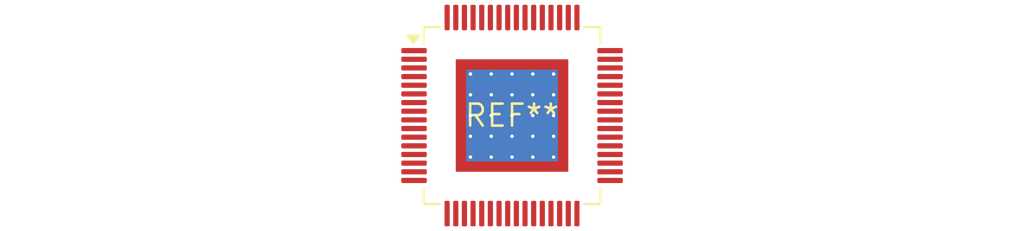
<source format=kicad_pcb>
(kicad_pcb (version 20240108) (generator pcbnew)
  (layers (0 "F.Cu" signal) (31 "B.Cu" signal) (34 "B.Paste" user) (35 "F.Paste" user) (36 "B.SilkS" user "B.Silkscreen") (37 "F.SilkS" user "F.Silkscreen") (38 "B.Mask" user) (39 "F.Mask" user) (44 "Edge.Cuts" user))
  (net 0 "")
  (footprint "LQFP-64-1EP_10x10mm_P0.5mm_EP6.5x6.5mm_ThermalVias" (layer "F.Cu") (at 0 0)
    (property "Reference" "REF**")
    (property "Value" "LQFP-64-1EP_10x10mm_P0.5mm_EP6.5x6.5mm_ThermalVias")
    (fp_line (start -5.11 -5.11) (end -5.11 -4.16) (layer "F.SilkS") (stroke (width 0.12)))
    (fp_line (start -5.11 5.11) (end -5.11 4.16) (layer "F.SilkS") (stroke (width 0.12)))
    (fp_line (start -4.16 -5.11) (end -5.11 -5.11) (layer "F.SilkS") (stroke (width 0.12)))
    (fp_line (start -4.16 5.11) (end -5.11 5.11) (layer "F.SilkS") (stroke (width 0.12)))
    (fp_line (start 4.16 -5.11) (end 5.11 -5.11) (layer "F.SilkS") (stroke (width 0.12)))
    (fp_line (start 4.16 5.11) (end 5.11 5.11) (layer "F.SilkS") (stroke (width 0.12)))
    (fp_line (start 5.11 -5.11) (end 5.11 -4.16) (layer "F.SilkS") (stroke (width 0.12)))
    (fp_line (start 5.11 5.11) (end 5.11 4.16) (layer "F.SilkS") (stroke (width 0.12)))
    (fp_poly (pts (xy -5.7 -4.16) (xy -6.04 -4.63) (xy -5.36 -4.63) (xy -5.7 -4.16)) (layer "F.SilkS") (stroke (width 0.12)) (fill solid))
    (pad "1" smd roundrect (at -5.6625 -3.75) (size 1.475 0.3) (layers "F.Cu" "F.Paste" "F.Mask"))
    (pad "2" smd roundrect (at -5.6625 -3.25) (size 1.475 0.3) (layers "F.Cu" "F.Paste" "F.Mask"))
    (pad "3" smd roundrect (at -5.6625 -2.75) (size 1.475 0.3) (layers "F.Cu" "F.Paste" "F.Mask"))
    (pad "4" smd roundrect (at -5.6625 -2.25) (size 1.475 0.3) (layers "F.Cu" "F.Paste" "F.Mask"))
    (pad "5" smd roundrect (at -5.6625 -1.75) (size 1.475 0.3) (layers "F.Cu" "F.Paste" "F.Mask"))
    (pad "6" smd roundrect (at -5.6625 -1.25) (size 1.475 0.3) (layers "F.Cu" "F.Paste" "F.Mask"))
    (pad "7" smd roundrect (at -5.6625 -0.75) (size 1.475 0.3) (layers "F.Cu" "F.Paste" "F.Mask"))
    (pad "8" smd roundrect (at -5.6625 -0.25) (size 1.475 0.3) (layers "F.Cu" "F.Paste" "F.Mask"))
    (pad "9" smd roundrect (at -5.6625 0.25) (size 1.475 0.3) (layers "F.Cu" "F.Paste" "F.Mask"))
    (pad "10" smd roundrect (at -5.6625 0.75) (size 1.475 0.3) (layers "F.Cu" "F.Paste" "F.Mask"))
    (pad "11" smd roundrect (at -5.6625 1.25) (size 1.475 0.3) (layers "F.Cu" "F.Paste" "F.Mask"))
    (pad "12" smd roundrect (at -5.6625 1.75) (size 1.475 0.3) (layers "F.Cu" "F.Paste" "F.Mask"))
    (pad "13" smd roundrect (at -5.6625 2.25) (size 1.475 0.3) (layers "F.Cu" "F.Paste" "F.Mask"))
    (pad "14" smd roundrect (at -5.6625 2.75) (size 1.475 0.3) (layers "F.Cu" "F.Paste" "F.Mask"))
    (pad "15" smd roundrect (at -5.6625 3.25) (size 1.475 0.3) (layers "F.Cu" "F.Paste" "F.Mask"))
    (pad "16" smd roundrect (at -5.6625 3.75) (size 1.475 0.3) (layers "F.Cu" "F.Paste" "F.Mask"))
    (pad "17" smd roundrect (at -3.75 5.6625) (size 0.3 1.475) (layers "F.Cu" "F.Paste" "F.Mask"))
    (pad "18" smd roundrect (at -3.25 5.6625) (size 0.3 1.475) (layers "F.Cu" "F.Paste" "F.Mask"))
    (pad "19" smd roundrect (at -2.75 5.6625) (size 0.3 1.475) (layers "F.Cu" "F.Paste" "F.Mask"))
    (pad "20" smd roundrect (at -2.25 5.6625) (size 0.3 1.475) (layers "F.Cu" "F.Paste" "F.Mask"))
    (pad "21" smd roundrect (at -1.75 5.6625) (size 0.3 1.475) (layers "F.Cu" "F.Paste" "F.Mask"))
    (pad "22" smd roundrect (at -1.25 5.6625) (size 0.3 1.475) (layers "F.Cu" "F.Paste" "F.Mask"))
    (pad "23" smd roundrect (at -0.75 5.6625) (size 0.3 1.475) (layers "F.Cu" "F.Paste" "F.Mask"))
    (pad "24" smd roundrect (at -0.25 5.6625) (size 0.3 1.475) (layers "F.Cu" "F.Paste" "F.Mask"))
    (pad "25" smd roundrect (at 0.25 5.6625) (size 0.3 1.475) (layers "F.Cu" "F.Paste" "F.Mask"))
    (pad "26" smd roundrect (at 0.75 5.6625) (size 0.3 1.475) (layers "F.Cu" "F.Paste" "F.Mask"))
    (pad "27" smd roundrect (at 1.25 5.6625) (size 0.3 1.475) (layers "F.Cu" "F.Paste" "F.Mask"))
    (pad "28" smd roundrect (at 1.75 5.6625) (size 0.3 1.475) (layers "F.Cu" "F.Paste" "F.Mask"))
    (pad "29" smd roundrect (at 2.25 5.6625) (size 0.3 1.475) (layers "F.Cu" "F.Paste" "F.Mask"))
    (pad "30" smd roundrect (at 2.75 5.6625) (size 0.3 1.475) (layers "F.Cu" "F.Paste" "F.Mask"))
    (pad "31" smd roundrect (at 3.25 5.6625) (size 0.3 1.475) (layers "F.Cu" "F.Paste" "F.Mask"))
    (pad "32" smd roundrect (at 3.75 5.6625) (size 0.3 1.475) (layers "F.Cu" "F.Paste" "F.Mask"))
    (pad "33" smd roundrect (at 5.6625 3.75) (size 1.475 0.3) (layers "F.Cu" "F.Paste" "F.Mask"))
    (pad "34" smd roundrect (at 5.6625 3.25) (size 1.475 0.3) (layers "F.Cu" "F.Paste" "F.Mask"))
    (pad "35" smd roundrect (at 5.6625 2.75) (size 1.475 0.3) (layers "F.Cu" "F.Paste" "F.Mask"))
    (pad "36" smd roundrect (at 5.6625 2.25) (size 1.475 0.3) (layers "F.Cu" "F.Paste" "F.Mask"))
    (pad "37" smd roundrect (at 5.6625 1.75) (size 1.475 0.3) (layers "F.Cu" "F.Paste" "F.Mask"))
    (pad "38" smd roundrect (at 5.6625 1.25) (size 1.475 0.3) (layers "F.Cu" "F.Paste" "F.Mask"))
    (pad "39" smd roundrect (at 5.6625 0.75) (size 1.475 0.3) (layers "F.Cu" "F.Paste" "F.Mask"))
    (pad "40" smd roundrect (at 5.6625 0.25) (size 1.475 0.3) (layers "F.Cu" "F.Paste" "F.Mask"))
    (pad "41" smd roundrect (at 5.6625 -0.25) (size 1.475 0.3) (layers "F.Cu" "F.Paste" "F.Mask"))
    (pad "42" smd roundrect (at 5.6625 -0.75) (size 1.475 0.3) (layers "F.Cu" "F.Paste" "F.Mask"))
    (pad "43" smd roundrect (at 5.6625 -1.25) (size 1.475 0.3) (layers "F.Cu" "F.Paste" "F.Mask"))
    (pad "44" smd roundrect (at 5.6625 -1.75) (size 1.475 0.3) (layers "F.Cu" "F.Paste" "F.Mask"))
    (pad "45" smd roundrect (at 5.6625 -2.25) (size 1.475 0.3) (layers "F.Cu" "F.Paste" "F.Mask"))
    (pad "46" smd roundrect (at 5.6625 -2.75) (size 1.475 0.3) (layers "F.Cu" "F.Paste" "F.Mask"))
    (pad "47" smd roundrect (at 5.6625 -3.25) (size 1.475 0.3) (layers "F.Cu" "F.Paste" "F.Mask"))
    (pad "48" smd roundrect (at 5.6625 -3.75) (size 1.475 0.3) (layers "F.Cu" "F.Paste" "F.Mask"))
    (pad "49" smd roundrect (at 3.75 -5.6625) (size 0.3 1.475) (layers "F.Cu" "F.Paste" "F.Mask"))
    (pad "50" smd roundrect (at 3.25 -5.6625) (size 0.3 1.475) (layers "F.Cu" "F.Paste" "F.Mask"))
    (pad "51" smd roundrect (at 2.75 -5.6625) (size 0.3 1.475) (layers "F.Cu" "F.Paste" "F.Mask"))
    (pad "52" smd roundrect (at 2.25 -5.6625) (size 0.3 1.475) (layers "F.Cu" "F.Paste" "F.Mask"))
    (pad "53" smd roundrect (at 1.75 -5.6625) (size 0.3 1.475) (layers "F.Cu" "F.Paste" "F.Mask"))
    (pad "54" smd roundrect (at 1.25 -5.6625) (size 0.3 1.475) (layers "F.Cu" "F.Paste" "F.Mask"))
    (pad "55" smd roundrect (at 0.75 -5.6625) (size 0.3 1.475) (layers "F.Cu" "F.Paste" "F.Mask"))
    (pad "56" smd roundrect (at 0.25 -5.6625) (size 0.3 1.475) (layers "F.Cu" "F.Paste" "F.Mask"))
    (pad "57" smd roundrect (at -0.25 -5.6625) (size 0.3 1.475) (layers "F.Cu" "F.Paste" "F.Mask"))
    (pad "58" smd roundrect (at -0.75 -5.6625) (size 0.3 1.475) (layers "F.Cu" "F.Paste" "F.Mask"))
    (pad "59" smd roundrect (at -1.25 -5.6625) (size 0.3 1.475) (layers "F.Cu" "F.Paste" "F.Mask"))
    (pad "60" smd roundrect (at -1.75 -5.6625) (size 0.3 1.475) (layers "F.Cu" "F.Paste" "F.Mask"))
    (pad "61" smd roundrect (at -2.25 -5.6625) (size 0.3 1.475) (layers "F.Cu" "F.Paste" "F.Mask"))
    (pad "62" smd roundrect (at -2.75 -5.6625) (size 0.3 1.475) (layers "F.Cu" "F.Paste" "F.Mask"))
    (pad "63" smd roundrect (at -3.25 -5.6625) (size 0.3 1.475) (layers "F.Cu" "F.Paste" "F.Mask"))
    (pad "64" smd roundrect (at -3.75 -5.6625) (size 0.3 1.475) (layers "F.Cu" "F.Paste" "F.Mask"))
    (pad "65" thru_hole circle (at -2.4 -2.4) (size 0.5 0.5) (drill 0.2) (property pad_prop_heatsink) (layers *.Cu) (remove_unused_layers))
    (pad "65" thru_hole circle (at -2.4 -1.2) (size 0.5 0.5) (drill 0.2) (property pad_prop_heatsink) (layers *.Cu) (remove_unused_layers))
    (pad "65" thru_hole circle (at -2.4 0) (size 0.5 0.5) (drill 0.2) (property pad_prop_heatsink) (layers *.Cu) (remove_unused_layers))
    (pad "65" thru_hole circle (at -2.4 1.2) (size 0.5 0.5) (drill 0.2) (property pad_prop_heatsink) (layers *.Cu) (remove_unused_layers))
    (pad "65" thru_hole circle (at -2.4 2.4) (size 0.5 0.5) (drill 0.2) (property pad_prop_heatsink) (layers *.Cu) (remove_unused_layers))
    (pad "65" thru_hole circle (at -1.2 -2.4) (size 0.5 0.5) (drill 0.2) (property pad_prop_heatsink) (layers *.Cu) (remove_unused_layers))
    (pad "65" thru_hole circle (at -1.2 -1.2) (size 0.5 0.5) (drill 0.2) (property pad_prop_heatsink) (layers *.Cu) (remove_unused_layers))
    (pad "65" thru_hole circle (at -1.2 0) (size 0.5 0.5) (drill 0.2) (property pad_prop_heatsink) (layers *.Cu) (remove_unused_layers))
    (pad "65" thru_hole circle (at -1.2 1.2) (size 0.5 0.5) (drill 0.2) (property pad_prop_heatsink) (layers *.Cu) (remove_unused_layers))
    (pad "65" thru_hole circle (at -1.2 2.4) (size 0.5 0.5) (drill 0.2) (property pad_prop_heatsink) (layers *.Cu) (remove_unused_layers))
    (pad "65" thru_hole circle (at 0 -2.4) (size 0.5 0.5) (drill 0.2) (property pad_prop_heatsink) (layers *.Cu) (remove_unused_layers))
    (pad "65" thru_hole circle (at 0 -1.2) (size 0.5 0.5) (drill 0.2) (property pad_prop_heatsink) (layers *.Cu) (remove_unused_layers))
    (pad "65" thru_hole circle (at 0 0) (size 0.5 0.5) (drill 0.2) (property pad_prop_heatsink) (layers *.Cu) (remove_unused_layers))
    (pad "65" smd rect (at 0 0) (size 5.3 5.3) (property pad_prop_heatsink) (layers "B.Cu"))
    (pad "65" smd rect (at 0 0) (size 6.5 6.5) (property pad_prop_heatsink) (layers "F.Cu" "F.Mask"))
    (pad "65" thru_hole circle (at 0 1.2) (size 0.5 0.5) (drill 0.2) (property pad_prop_heatsink) (layers *.Cu) (remove_unused_layers))
    (pad "65" thru_hole circle (at 0 2.4) (size 0.5 0.5) (drill 0.2) (property pad_prop_heatsink) (layers *.Cu) (remove_unused_layers))
    (pad "65" thru_hole circle (at 1.2 -2.4) (size 0.5 0.5) (drill 0.2) (property pad_prop_heatsink) (layers *.Cu) (remove_unused_layers))
    (pad "65" thru_hole circle (at 1.2 -1.2) (size 0.5 0.5) (drill 0.2) (property pad_prop_heatsink) (layers *.Cu) (remove_unused_layers))
    (pad "65" thru_hole circle (at 1.2 0) (size 0.5 0.5) (drill 0.2) (property pad_prop_heatsink) (layers *.Cu) (remove_unused_layers))
    (pad "65" thru_hole circle (at 1.2 1.2) (size 0.5 0.5) (drill 0.2) (property pad_prop_heatsink) (layers *.Cu) (remove_unused_layers))
    (pad "65" thru_hole circle (at 1.2 2.4) (size 0.5 0.5) (drill 0.2) (property pad_prop_heatsink) (layers *.Cu) (remove_unused_layers))
    (pad "65" thru_hole circle (at 2.4 -2.4) (size 0.5 0.5) (drill 0.2) (property pad_prop_heatsink) (layers *.Cu) (remove_unused_layers))
    (pad "65" thru_hole circle (at 2.4 -1.2) (size 0.5 0.5) (drill 0.2) (property pad_prop_heatsink) (layers *.Cu) (remove_unused_layers))
    (pad "65" thru_hole circle (at 2.4 0) (size 0.5 0.5) (drill 0.2) (property pad_prop_heatsink) (layers *.Cu) (remove_unused_layers))
    (pad "65" thru_hole circle (at 2.4 1.2) (size 0.5 0.5) (drill 0.2) (property pad_prop_heatsink) (layers *.Cu) (remove_unused_layers))
    (pad "65" thru_hole circle (at 2.4 2.4) (size 0.5 0.5) (drill 0.2) (property pad_prop_heatsink) (layers *.Cu) (remove_unused_layers))
  )
)
</source>
